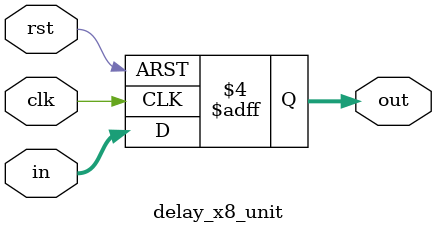
<source format=v>
module delay_x8_unit(clk, rst, in, out);
input	clk, rst;
input	signed [7:0] in;
output reg signed [7:0] out;
initial begin
out <= 0;
end
always @ (posedge clk or negedge rst) begin
if(!rst)
  out <= 0;
else
  out <= in;
end
endmodule
</source>
